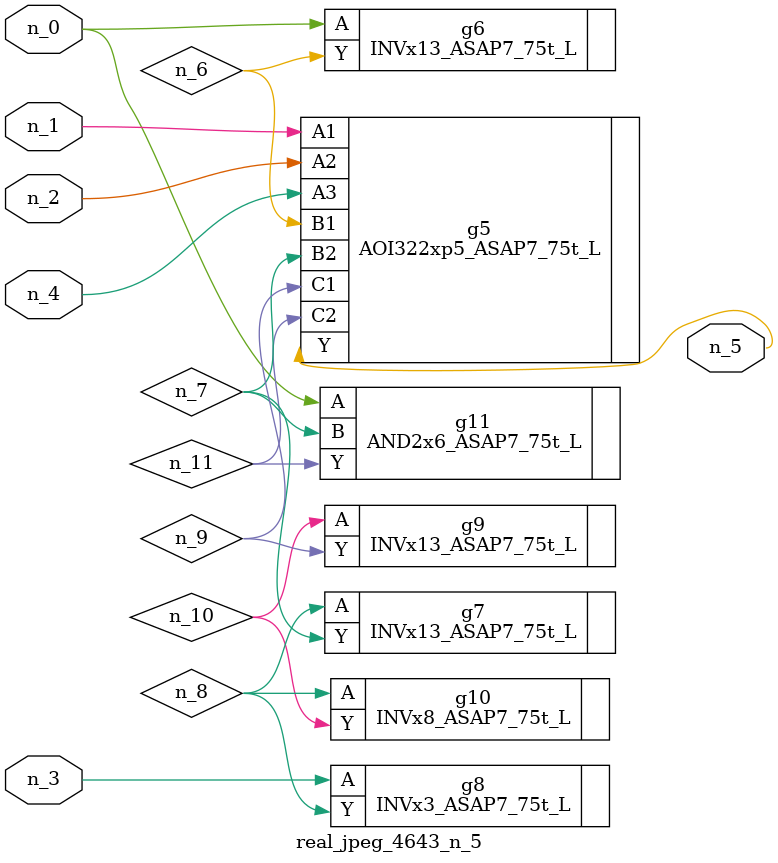
<source format=v>
module real_jpeg_4643_n_5 (n_4, n_0, n_1, n_2, n_3, n_5);

input n_4;
input n_0;
input n_1;
input n_2;
input n_3;

output n_5;

wire n_8;
wire n_11;
wire n_6;
wire n_7;
wire n_10;
wire n_9;

INVx13_ASAP7_75t_L g6 ( 
.A(n_0),
.Y(n_6)
);

AND2x6_ASAP7_75t_L g11 ( 
.A(n_0),
.B(n_7),
.Y(n_11)
);

AOI322xp5_ASAP7_75t_L g5 ( 
.A1(n_1),
.A2(n_2),
.A3(n_4),
.B1(n_6),
.B2(n_7),
.C1(n_9),
.C2(n_11),
.Y(n_5)
);

INVx3_ASAP7_75t_L g8 ( 
.A(n_3),
.Y(n_8)
);

INVx13_ASAP7_75t_L g7 ( 
.A(n_8),
.Y(n_7)
);

INVx8_ASAP7_75t_L g10 ( 
.A(n_8),
.Y(n_10)
);

INVx13_ASAP7_75t_L g9 ( 
.A(n_10),
.Y(n_9)
);


endmodule
</source>
